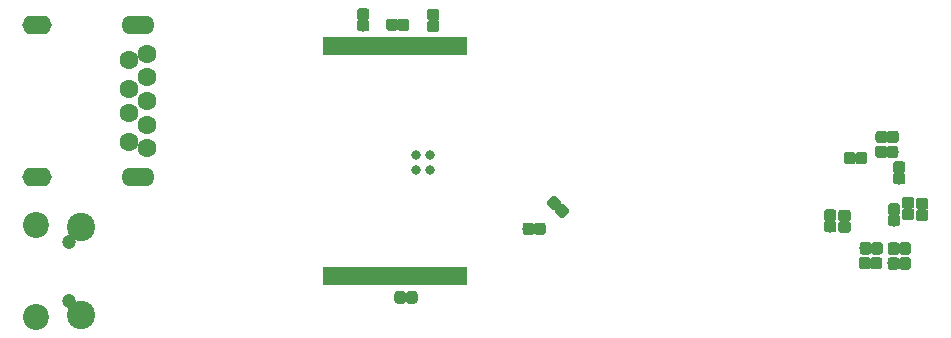
<source format=gbs>
G04 #@! TF.GenerationSoftware,KiCad,Pcbnew,5.0.0-fee4fd1~66~ubuntu18.04.1*
G04 #@! TF.CreationDate,2018-10-21T22:10:04-02:30*
G04 #@! TF.ProjectId,mpuBoard,6D7075426F6172642E6B696361645F70,rev?*
G04 #@! TF.SameCoordinates,Original*
G04 #@! TF.FileFunction,Soldermask,Bot*
G04 #@! TF.FilePolarity,Negative*
%FSLAX46Y46*%
G04 Gerber Fmt 4.6, Leading zero omitted, Abs format (unit mm)*
G04 Created by KiCad (PCBNEW 5.0.0-fee4fd1~66~ubuntu18.04.1) date Sun Oct 21 22:10:04 2018*
%MOMM*%
%LPD*%
G01*
G04 APERTURE LIST*
%ADD10C,0.800000*%
%ADD11R,0.650000X1.500000*%
%ADD12C,0.100000*%
%ADD13C,0.990000*%
%ADD14C,2.400000*%
%ADD15C,2.200000*%
%ADD16C,1.200000*%
%ADD17C,1.600000*%
%ADD18O,2.800000X1.600000*%
%ADD19O,2.500000X1.600000*%
G04 APERTURE END LIST*
D10*
G04 #@! TO.C,U2*
X103847500Y-95747500D03*
X105085000Y-95810000D03*
X103847500Y-97072500D03*
X105085000Y-97010000D03*
G04 #@! TD*
D11*
G04 #@! TO.C,U4*
X96358000Y-86516000D03*
X107858000Y-106016000D03*
X96858000Y-86516000D03*
X97358000Y-86516000D03*
X97858000Y-86516000D03*
X98358000Y-86516000D03*
X98858000Y-86516000D03*
X99358000Y-86516000D03*
X99858000Y-86516000D03*
X100358000Y-86516000D03*
X100858000Y-86516000D03*
X101358000Y-86516000D03*
X101858000Y-86516000D03*
X102358000Y-86516000D03*
X102858000Y-86516000D03*
X103358000Y-86516000D03*
X103858000Y-86516000D03*
X104358000Y-86516000D03*
X104858000Y-86516000D03*
X105358000Y-86516000D03*
X105858000Y-86516000D03*
X106358000Y-86516000D03*
X106858000Y-86516000D03*
X107358000Y-86516000D03*
X107858000Y-86516000D03*
X107358000Y-106016000D03*
X106858000Y-106016000D03*
X106358000Y-106016000D03*
X105858000Y-106016000D03*
X105358000Y-106016000D03*
X104858000Y-106016000D03*
X104358000Y-106016000D03*
X103858000Y-106016000D03*
X103358000Y-106016000D03*
X102858000Y-106016000D03*
X102358000Y-106016000D03*
X101858000Y-106016000D03*
X101358000Y-106016000D03*
X100858000Y-106016000D03*
X100358000Y-106016000D03*
X99858000Y-106016000D03*
X99358000Y-106016000D03*
X98858000Y-106016000D03*
X98358000Y-106016000D03*
X97858000Y-106016000D03*
X97358000Y-106016000D03*
X96858000Y-106016000D03*
X96358000Y-106016000D03*
G04 #@! TD*
D12*
G04 #@! TO.C,C13*
G36*
X139234759Y-101337192D02*
X139258785Y-101340756D01*
X139282345Y-101346657D01*
X139305214Y-101354840D01*
X139327171Y-101365224D01*
X139348004Y-101377711D01*
X139367512Y-101392180D01*
X139385509Y-101408491D01*
X139401820Y-101426488D01*
X139416289Y-101445996D01*
X139428776Y-101466829D01*
X139439160Y-101488786D01*
X139447343Y-101511655D01*
X139453244Y-101535215D01*
X139456808Y-101559241D01*
X139458000Y-101583500D01*
X139458000Y-102078500D01*
X139456808Y-102102759D01*
X139453244Y-102126785D01*
X139447343Y-102150345D01*
X139439160Y-102173214D01*
X139428776Y-102195171D01*
X139416289Y-102216004D01*
X139401820Y-102235512D01*
X139385509Y-102253509D01*
X139367512Y-102269820D01*
X139348004Y-102284289D01*
X139327171Y-102296776D01*
X139305214Y-102307160D01*
X139282345Y-102315343D01*
X139258785Y-102321244D01*
X139234759Y-102324808D01*
X139210500Y-102326000D01*
X138665500Y-102326000D01*
X138641241Y-102324808D01*
X138617215Y-102321244D01*
X138593655Y-102315343D01*
X138570786Y-102307160D01*
X138548829Y-102296776D01*
X138527996Y-102284289D01*
X138508488Y-102269820D01*
X138490491Y-102253509D01*
X138474180Y-102235512D01*
X138459711Y-102216004D01*
X138447224Y-102195171D01*
X138436840Y-102173214D01*
X138428657Y-102150345D01*
X138422756Y-102126785D01*
X138419192Y-102102759D01*
X138418000Y-102078500D01*
X138418000Y-101583500D01*
X138419192Y-101559241D01*
X138422756Y-101535215D01*
X138428657Y-101511655D01*
X138436840Y-101488786D01*
X138447224Y-101466829D01*
X138459711Y-101445996D01*
X138474180Y-101426488D01*
X138490491Y-101408491D01*
X138508488Y-101392180D01*
X138527996Y-101377711D01*
X138548829Y-101365224D01*
X138570786Y-101354840D01*
X138593655Y-101346657D01*
X138617215Y-101340756D01*
X138641241Y-101337192D01*
X138665500Y-101336000D01*
X139210500Y-101336000D01*
X139234759Y-101337192D01*
X139234759Y-101337192D01*
G37*
D13*
X138938000Y-101831000D03*
D12*
G36*
X139234759Y-100367192D02*
X139258785Y-100370756D01*
X139282345Y-100376657D01*
X139305214Y-100384840D01*
X139327171Y-100395224D01*
X139348004Y-100407711D01*
X139367512Y-100422180D01*
X139385509Y-100438491D01*
X139401820Y-100456488D01*
X139416289Y-100475996D01*
X139428776Y-100496829D01*
X139439160Y-100518786D01*
X139447343Y-100541655D01*
X139453244Y-100565215D01*
X139456808Y-100589241D01*
X139458000Y-100613500D01*
X139458000Y-101108500D01*
X139456808Y-101132759D01*
X139453244Y-101156785D01*
X139447343Y-101180345D01*
X139439160Y-101203214D01*
X139428776Y-101225171D01*
X139416289Y-101246004D01*
X139401820Y-101265512D01*
X139385509Y-101283509D01*
X139367512Y-101299820D01*
X139348004Y-101314289D01*
X139327171Y-101326776D01*
X139305214Y-101337160D01*
X139282345Y-101345343D01*
X139258785Y-101351244D01*
X139234759Y-101354808D01*
X139210500Y-101356000D01*
X138665500Y-101356000D01*
X138641241Y-101354808D01*
X138617215Y-101351244D01*
X138593655Y-101345343D01*
X138570786Y-101337160D01*
X138548829Y-101326776D01*
X138527996Y-101314289D01*
X138508488Y-101299820D01*
X138490491Y-101283509D01*
X138474180Y-101265512D01*
X138459711Y-101246004D01*
X138447224Y-101225171D01*
X138436840Y-101203214D01*
X138428657Y-101180345D01*
X138422756Y-101156785D01*
X138419192Y-101132759D01*
X138418000Y-101108500D01*
X138418000Y-100613500D01*
X138419192Y-100589241D01*
X138422756Y-100565215D01*
X138428657Y-100541655D01*
X138436840Y-100518786D01*
X138447224Y-100496829D01*
X138459711Y-100475996D01*
X138474180Y-100456488D01*
X138490491Y-100438491D01*
X138508488Y-100422180D01*
X138527996Y-100407711D01*
X138548829Y-100395224D01*
X138570786Y-100384840D01*
X138593655Y-100376657D01*
X138617215Y-100370756D01*
X138641241Y-100367192D01*
X138665500Y-100366000D01*
X139210500Y-100366000D01*
X139234759Y-100367192D01*
X139234759Y-100367192D01*
G37*
D13*
X138938000Y-100861000D03*
G04 #@! TD*
D12*
G04 #@! TO.C,C14*
G36*
X145838759Y-100298192D02*
X145862785Y-100301756D01*
X145886345Y-100307657D01*
X145909214Y-100315840D01*
X145931171Y-100326224D01*
X145952004Y-100338711D01*
X145971512Y-100353180D01*
X145989509Y-100369491D01*
X146005820Y-100387488D01*
X146020289Y-100406996D01*
X146032776Y-100427829D01*
X146043160Y-100449786D01*
X146051343Y-100472655D01*
X146057244Y-100496215D01*
X146060808Y-100520241D01*
X146062000Y-100544500D01*
X146062000Y-101039500D01*
X146060808Y-101063759D01*
X146057244Y-101087785D01*
X146051343Y-101111345D01*
X146043160Y-101134214D01*
X146032776Y-101156171D01*
X146020289Y-101177004D01*
X146005820Y-101196512D01*
X145989509Y-101214509D01*
X145971512Y-101230820D01*
X145952004Y-101245289D01*
X145931171Y-101257776D01*
X145909214Y-101268160D01*
X145886345Y-101276343D01*
X145862785Y-101282244D01*
X145838759Y-101285808D01*
X145814500Y-101287000D01*
X145269500Y-101287000D01*
X145245241Y-101285808D01*
X145221215Y-101282244D01*
X145197655Y-101276343D01*
X145174786Y-101268160D01*
X145152829Y-101257776D01*
X145131996Y-101245289D01*
X145112488Y-101230820D01*
X145094491Y-101214509D01*
X145078180Y-101196512D01*
X145063711Y-101177004D01*
X145051224Y-101156171D01*
X145040840Y-101134214D01*
X145032657Y-101111345D01*
X145026756Y-101087785D01*
X145023192Y-101063759D01*
X145022000Y-101039500D01*
X145022000Y-100544500D01*
X145023192Y-100520241D01*
X145026756Y-100496215D01*
X145032657Y-100472655D01*
X145040840Y-100449786D01*
X145051224Y-100427829D01*
X145063711Y-100406996D01*
X145078180Y-100387488D01*
X145094491Y-100369491D01*
X145112488Y-100353180D01*
X145131996Y-100338711D01*
X145152829Y-100326224D01*
X145174786Y-100315840D01*
X145197655Y-100307657D01*
X145221215Y-100301756D01*
X145245241Y-100298192D01*
X145269500Y-100297000D01*
X145814500Y-100297000D01*
X145838759Y-100298192D01*
X145838759Y-100298192D01*
G37*
D13*
X145542000Y-100792000D03*
D12*
G36*
X145838759Y-99328192D02*
X145862785Y-99331756D01*
X145886345Y-99337657D01*
X145909214Y-99345840D01*
X145931171Y-99356224D01*
X145952004Y-99368711D01*
X145971512Y-99383180D01*
X145989509Y-99399491D01*
X146005820Y-99417488D01*
X146020289Y-99436996D01*
X146032776Y-99457829D01*
X146043160Y-99479786D01*
X146051343Y-99502655D01*
X146057244Y-99526215D01*
X146060808Y-99550241D01*
X146062000Y-99574500D01*
X146062000Y-100069500D01*
X146060808Y-100093759D01*
X146057244Y-100117785D01*
X146051343Y-100141345D01*
X146043160Y-100164214D01*
X146032776Y-100186171D01*
X146020289Y-100207004D01*
X146005820Y-100226512D01*
X145989509Y-100244509D01*
X145971512Y-100260820D01*
X145952004Y-100275289D01*
X145931171Y-100287776D01*
X145909214Y-100298160D01*
X145886345Y-100306343D01*
X145862785Y-100312244D01*
X145838759Y-100315808D01*
X145814500Y-100317000D01*
X145269500Y-100317000D01*
X145245241Y-100315808D01*
X145221215Y-100312244D01*
X145197655Y-100306343D01*
X145174786Y-100298160D01*
X145152829Y-100287776D01*
X145131996Y-100275289D01*
X145112488Y-100260820D01*
X145094491Y-100244509D01*
X145078180Y-100226512D01*
X145063711Y-100207004D01*
X145051224Y-100186171D01*
X145040840Y-100164214D01*
X145032657Y-100141345D01*
X145026756Y-100117785D01*
X145023192Y-100093759D01*
X145022000Y-100069500D01*
X145022000Y-99574500D01*
X145023192Y-99550241D01*
X145026756Y-99526215D01*
X145032657Y-99502655D01*
X145040840Y-99479786D01*
X145051224Y-99457829D01*
X145063711Y-99436996D01*
X145078180Y-99417488D01*
X145094491Y-99399491D01*
X145112488Y-99383180D01*
X145131996Y-99368711D01*
X145152829Y-99356224D01*
X145174786Y-99345840D01*
X145197655Y-99337657D01*
X145221215Y-99331756D01*
X145245241Y-99328192D01*
X145269500Y-99327000D01*
X145814500Y-99327000D01*
X145838759Y-99328192D01*
X145838759Y-99328192D01*
G37*
D13*
X145542000Y-99822000D03*
G04 #@! TD*
D12*
G04 #@! TO.C,C15*
G36*
X144497759Y-94985192D02*
X144521785Y-94988756D01*
X144545345Y-94994657D01*
X144568214Y-95002840D01*
X144590171Y-95013224D01*
X144611004Y-95025711D01*
X144630512Y-95040180D01*
X144648509Y-95056491D01*
X144664820Y-95074488D01*
X144679289Y-95093996D01*
X144691776Y-95114829D01*
X144702160Y-95136786D01*
X144710343Y-95159655D01*
X144716244Y-95183215D01*
X144719808Y-95207241D01*
X144721000Y-95231500D01*
X144721000Y-95776500D01*
X144719808Y-95800759D01*
X144716244Y-95824785D01*
X144710343Y-95848345D01*
X144702160Y-95871214D01*
X144691776Y-95893171D01*
X144679289Y-95914004D01*
X144664820Y-95933512D01*
X144648509Y-95951509D01*
X144630512Y-95967820D01*
X144611004Y-95982289D01*
X144590171Y-95994776D01*
X144568214Y-96005160D01*
X144545345Y-96013343D01*
X144521785Y-96019244D01*
X144497759Y-96022808D01*
X144473500Y-96024000D01*
X143978500Y-96024000D01*
X143954241Y-96022808D01*
X143930215Y-96019244D01*
X143906655Y-96013343D01*
X143883786Y-96005160D01*
X143861829Y-95994776D01*
X143840996Y-95982289D01*
X143821488Y-95967820D01*
X143803491Y-95951509D01*
X143787180Y-95933512D01*
X143772711Y-95914004D01*
X143760224Y-95893171D01*
X143749840Y-95871214D01*
X143741657Y-95848345D01*
X143735756Y-95824785D01*
X143732192Y-95800759D01*
X143731000Y-95776500D01*
X143731000Y-95231500D01*
X143732192Y-95207241D01*
X143735756Y-95183215D01*
X143741657Y-95159655D01*
X143749840Y-95136786D01*
X143760224Y-95114829D01*
X143772711Y-95093996D01*
X143787180Y-95074488D01*
X143803491Y-95056491D01*
X143821488Y-95040180D01*
X143840996Y-95025711D01*
X143861829Y-95013224D01*
X143883786Y-95002840D01*
X143906655Y-94994657D01*
X143930215Y-94988756D01*
X143954241Y-94985192D01*
X143978500Y-94984000D01*
X144473500Y-94984000D01*
X144497759Y-94985192D01*
X144497759Y-94985192D01*
G37*
D13*
X144226000Y-95504000D03*
D12*
G36*
X143527759Y-94985192D02*
X143551785Y-94988756D01*
X143575345Y-94994657D01*
X143598214Y-95002840D01*
X143620171Y-95013224D01*
X143641004Y-95025711D01*
X143660512Y-95040180D01*
X143678509Y-95056491D01*
X143694820Y-95074488D01*
X143709289Y-95093996D01*
X143721776Y-95114829D01*
X143732160Y-95136786D01*
X143740343Y-95159655D01*
X143746244Y-95183215D01*
X143749808Y-95207241D01*
X143751000Y-95231500D01*
X143751000Y-95776500D01*
X143749808Y-95800759D01*
X143746244Y-95824785D01*
X143740343Y-95848345D01*
X143732160Y-95871214D01*
X143721776Y-95893171D01*
X143709289Y-95914004D01*
X143694820Y-95933512D01*
X143678509Y-95951509D01*
X143660512Y-95967820D01*
X143641004Y-95982289D01*
X143620171Y-95994776D01*
X143598214Y-96005160D01*
X143575345Y-96013343D01*
X143551785Y-96019244D01*
X143527759Y-96022808D01*
X143503500Y-96024000D01*
X143008500Y-96024000D01*
X142984241Y-96022808D01*
X142960215Y-96019244D01*
X142936655Y-96013343D01*
X142913786Y-96005160D01*
X142891829Y-95994776D01*
X142870996Y-95982289D01*
X142851488Y-95967820D01*
X142833491Y-95951509D01*
X142817180Y-95933512D01*
X142802711Y-95914004D01*
X142790224Y-95893171D01*
X142779840Y-95871214D01*
X142771657Y-95848345D01*
X142765756Y-95824785D01*
X142762192Y-95800759D01*
X142761000Y-95776500D01*
X142761000Y-95231500D01*
X142762192Y-95207241D01*
X142765756Y-95183215D01*
X142771657Y-95159655D01*
X142779840Y-95136786D01*
X142790224Y-95114829D01*
X142802711Y-95093996D01*
X142817180Y-95074488D01*
X142833491Y-95056491D01*
X142851488Y-95040180D01*
X142870996Y-95025711D01*
X142891829Y-95013224D01*
X142913786Y-95002840D01*
X142936655Y-94994657D01*
X142960215Y-94988756D01*
X142984241Y-94985192D01*
X143008500Y-94984000D01*
X143503500Y-94984000D01*
X143527759Y-94985192D01*
X143527759Y-94985192D01*
G37*
D13*
X143256000Y-95504000D03*
G04 #@! TD*
D12*
G04 #@! TO.C,C17*
G36*
X140871759Y-95511192D02*
X140895785Y-95514756D01*
X140919345Y-95520657D01*
X140942214Y-95528840D01*
X140964171Y-95539224D01*
X140985004Y-95551711D01*
X141004512Y-95566180D01*
X141022509Y-95582491D01*
X141038820Y-95600488D01*
X141053289Y-95619996D01*
X141065776Y-95640829D01*
X141076160Y-95662786D01*
X141084343Y-95685655D01*
X141090244Y-95709215D01*
X141093808Y-95733241D01*
X141095000Y-95757500D01*
X141095000Y-96302500D01*
X141093808Y-96326759D01*
X141090244Y-96350785D01*
X141084343Y-96374345D01*
X141076160Y-96397214D01*
X141065776Y-96419171D01*
X141053289Y-96440004D01*
X141038820Y-96459512D01*
X141022509Y-96477509D01*
X141004512Y-96493820D01*
X140985004Y-96508289D01*
X140964171Y-96520776D01*
X140942214Y-96531160D01*
X140919345Y-96539343D01*
X140895785Y-96545244D01*
X140871759Y-96548808D01*
X140847500Y-96550000D01*
X140352500Y-96550000D01*
X140328241Y-96548808D01*
X140304215Y-96545244D01*
X140280655Y-96539343D01*
X140257786Y-96531160D01*
X140235829Y-96520776D01*
X140214996Y-96508289D01*
X140195488Y-96493820D01*
X140177491Y-96477509D01*
X140161180Y-96459512D01*
X140146711Y-96440004D01*
X140134224Y-96419171D01*
X140123840Y-96397214D01*
X140115657Y-96374345D01*
X140109756Y-96350785D01*
X140106192Y-96326759D01*
X140105000Y-96302500D01*
X140105000Y-95757500D01*
X140106192Y-95733241D01*
X140109756Y-95709215D01*
X140115657Y-95685655D01*
X140123840Y-95662786D01*
X140134224Y-95640829D01*
X140146711Y-95619996D01*
X140161180Y-95600488D01*
X140177491Y-95582491D01*
X140195488Y-95566180D01*
X140214996Y-95551711D01*
X140235829Y-95539224D01*
X140257786Y-95528840D01*
X140280655Y-95520657D01*
X140304215Y-95514756D01*
X140328241Y-95511192D01*
X140352500Y-95510000D01*
X140847500Y-95510000D01*
X140871759Y-95511192D01*
X140871759Y-95511192D01*
G37*
D13*
X140600000Y-96030000D03*
D12*
G36*
X141841759Y-95511192D02*
X141865785Y-95514756D01*
X141889345Y-95520657D01*
X141912214Y-95528840D01*
X141934171Y-95539224D01*
X141955004Y-95551711D01*
X141974512Y-95566180D01*
X141992509Y-95582491D01*
X142008820Y-95600488D01*
X142023289Y-95619996D01*
X142035776Y-95640829D01*
X142046160Y-95662786D01*
X142054343Y-95685655D01*
X142060244Y-95709215D01*
X142063808Y-95733241D01*
X142065000Y-95757500D01*
X142065000Y-96302500D01*
X142063808Y-96326759D01*
X142060244Y-96350785D01*
X142054343Y-96374345D01*
X142046160Y-96397214D01*
X142035776Y-96419171D01*
X142023289Y-96440004D01*
X142008820Y-96459512D01*
X141992509Y-96477509D01*
X141974512Y-96493820D01*
X141955004Y-96508289D01*
X141934171Y-96520776D01*
X141912214Y-96531160D01*
X141889345Y-96539343D01*
X141865785Y-96545244D01*
X141841759Y-96548808D01*
X141817500Y-96550000D01*
X141322500Y-96550000D01*
X141298241Y-96548808D01*
X141274215Y-96545244D01*
X141250655Y-96539343D01*
X141227786Y-96531160D01*
X141205829Y-96520776D01*
X141184996Y-96508289D01*
X141165488Y-96493820D01*
X141147491Y-96477509D01*
X141131180Y-96459512D01*
X141116711Y-96440004D01*
X141104224Y-96419171D01*
X141093840Y-96397214D01*
X141085657Y-96374345D01*
X141079756Y-96350785D01*
X141076192Y-96326759D01*
X141075000Y-96302500D01*
X141075000Y-95757500D01*
X141076192Y-95733241D01*
X141079756Y-95709215D01*
X141085657Y-95685655D01*
X141093840Y-95662786D01*
X141104224Y-95640829D01*
X141116711Y-95619996D01*
X141131180Y-95600488D01*
X141147491Y-95582491D01*
X141165488Y-95566180D01*
X141184996Y-95551711D01*
X141205829Y-95539224D01*
X141227786Y-95528840D01*
X141250655Y-95520657D01*
X141274215Y-95514756D01*
X141298241Y-95511192D01*
X141322500Y-95510000D01*
X141817500Y-95510000D01*
X141841759Y-95511192D01*
X141841759Y-95511192D01*
G37*
D13*
X141570000Y-96030000D03*
G04 #@! TD*
D12*
G04 #@! TO.C,C18*
G36*
X143550759Y-93715192D02*
X143574785Y-93718756D01*
X143598345Y-93724657D01*
X143621214Y-93732840D01*
X143643171Y-93743224D01*
X143664004Y-93755711D01*
X143683512Y-93770180D01*
X143701509Y-93786491D01*
X143717820Y-93804488D01*
X143732289Y-93823996D01*
X143744776Y-93844829D01*
X143755160Y-93866786D01*
X143763343Y-93889655D01*
X143769244Y-93913215D01*
X143772808Y-93937241D01*
X143774000Y-93961500D01*
X143774000Y-94506500D01*
X143772808Y-94530759D01*
X143769244Y-94554785D01*
X143763343Y-94578345D01*
X143755160Y-94601214D01*
X143744776Y-94623171D01*
X143732289Y-94644004D01*
X143717820Y-94663512D01*
X143701509Y-94681509D01*
X143683512Y-94697820D01*
X143664004Y-94712289D01*
X143643171Y-94724776D01*
X143621214Y-94735160D01*
X143598345Y-94743343D01*
X143574785Y-94749244D01*
X143550759Y-94752808D01*
X143526500Y-94754000D01*
X143031500Y-94754000D01*
X143007241Y-94752808D01*
X142983215Y-94749244D01*
X142959655Y-94743343D01*
X142936786Y-94735160D01*
X142914829Y-94724776D01*
X142893996Y-94712289D01*
X142874488Y-94697820D01*
X142856491Y-94681509D01*
X142840180Y-94663512D01*
X142825711Y-94644004D01*
X142813224Y-94623171D01*
X142802840Y-94601214D01*
X142794657Y-94578345D01*
X142788756Y-94554785D01*
X142785192Y-94530759D01*
X142784000Y-94506500D01*
X142784000Y-93961500D01*
X142785192Y-93937241D01*
X142788756Y-93913215D01*
X142794657Y-93889655D01*
X142802840Y-93866786D01*
X142813224Y-93844829D01*
X142825711Y-93823996D01*
X142840180Y-93804488D01*
X142856491Y-93786491D01*
X142874488Y-93770180D01*
X142893996Y-93755711D01*
X142914829Y-93743224D01*
X142936786Y-93732840D01*
X142959655Y-93724657D01*
X142983215Y-93718756D01*
X143007241Y-93715192D01*
X143031500Y-93714000D01*
X143526500Y-93714000D01*
X143550759Y-93715192D01*
X143550759Y-93715192D01*
G37*
D13*
X143279000Y-94234000D03*
D12*
G36*
X144520759Y-93715192D02*
X144544785Y-93718756D01*
X144568345Y-93724657D01*
X144591214Y-93732840D01*
X144613171Y-93743224D01*
X144634004Y-93755711D01*
X144653512Y-93770180D01*
X144671509Y-93786491D01*
X144687820Y-93804488D01*
X144702289Y-93823996D01*
X144714776Y-93844829D01*
X144725160Y-93866786D01*
X144733343Y-93889655D01*
X144739244Y-93913215D01*
X144742808Y-93937241D01*
X144744000Y-93961500D01*
X144744000Y-94506500D01*
X144742808Y-94530759D01*
X144739244Y-94554785D01*
X144733343Y-94578345D01*
X144725160Y-94601214D01*
X144714776Y-94623171D01*
X144702289Y-94644004D01*
X144687820Y-94663512D01*
X144671509Y-94681509D01*
X144653512Y-94697820D01*
X144634004Y-94712289D01*
X144613171Y-94724776D01*
X144591214Y-94735160D01*
X144568345Y-94743343D01*
X144544785Y-94749244D01*
X144520759Y-94752808D01*
X144496500Y-94754000D01*
X144001500Y-94754000D01*
X143977241Y-94752808D01*
X143953215Y-94749244D01*
X143929655Y-94743343D01*
X143906786Y-94735160D01*
X143884829Y-94724776D01*
X143863996Y-94712289D01*
X143844488Y-94697820D01*
X143826491Y-94681509D01*
X143810180Y-94663512D01*
X143795711Y-94644004D01*
X143783224Y-94623171D01*
X143772840Y-94601214D01*
X143764657Y-94578345D01*
X143758756Y-94554785D01*
X143755192Y-94530759D01*
X143754000Y-94506500D01*
X143754000Y-93961500D01*
X143755192Y-93937241D01*
X143758756Y-93913215D01*
X143764657Y-93889655D01*
X143772840Y-93866786D01*
X143783224Y-93844829D01*
X143795711Y-93823996D01*
X143810180Y-93804488D01*
X143826491Y-93786491D01*
X143844488Y-93770180D01*
X143863996Y-93755711D01*
X143884829Y-93743224D01*
X143906786Y-93732840D01*
X143929655Y-93724657D01*
X143953215Y-93718756D01*
X143977241Y-93715192D01*
X144001500Y-93714000D01*
X144496500Y-93714000D01*
X144520759Y-93715192D01*
X144520759Y-93715192D01*
G37*
D13*
X144249000Y-94234000D03*
G04 #@! TD*
D12*
G04 #@! TO.C,C19*
G36*
X145076759Y-96303192D02*
X145100785Y-96306756D01*
X145124345Y-96312657D01*
X145147214Y-96320840D01*
X145169171Y-96331224D01*
X145190004Y-96343711D01*
X145209512Y-96358180D01*
X145227509Y-96374491D01*
X145243820Y-96392488D01*
X145258289Y-96411996D01*
X145270776Y-96432829D01*
X145281160Y-96454786D01*
X145289343Y-96477655D01*
X145295244Y-96501215D01*
X145298808Y-96525241D01*
X145300000Y-96549500D01*
X145300000Y-97044500D01*
X145298808Y-97068759D01*
X145295244Y-97092785D01*
X145289343Y-97116345D01*
X145281160Y-97139214D01*
X145270776Y-97161171D01*
X145258289Y-97182004D01*
X145243820Y-97201512D01*
X145227509Y-97219509D01*
X145209512Y-97235820D01*
X145190004Y-97250289D01*
X145169171Y-97262776D01*
X145147214Y-97273160D01*
X145124345Y-97281343D01*
X145100785Y-97287244D01*
X145076759Y-97290808D01*
X145052500Y-97292000D01*
X144507500Y-97292000D01*
X144483241Y-97290808D01*
X144459215Y-97287244D01*
X144435655Y-97281343D01*
X144412786Y-97273160D01*
X144390829Y-97262776D01*
X144369996Y-97250289D01*
X144350488Y-97235820D01*
X144332491Y-97219509D01*
X144316180Y-97201512D01*
X144301711Y-97182004D01*
X144289224Y-97161171D01*
X144278840Y-97139214D01*
X144270657Y-97116345D01*
X144264756Y-97092785D01*
X144261192Y-97068759D01*
X144260000Y-97044500D01*
X144260000Y-96549500D01*
X144261192Y-96525241D01*
X144264756Y-96501215D01*
X144270657Y-96477655D01*
X144278840Y-96454786D01*
X144289224Y-96432829D01*
X144301711Y-96411996D01*
X144316180Y-96392488D01*
X144332491Y-96374491D01*
X144350488Y-96358180D01*
X144369996Y-96343711D01*
X144390829Y-96331224D01*
X144412786Y-96320840D01*
X144435655Y-96312657D01*
X144459215Y-96306756D01*
X144483241Y-96303192D01*
X144507500Y-96302000D01*
X145052500Y-96302000D01*
X145076759Y-96303192D01*
X145076759Y-96303192D01*
G37*
D13*
X144780000Y-96797000D03*
D12*
G36*
X145076759Y-97273192D02*
X145100785Y-97276756D01*
X145124345Y-97282657D01*
X145147214Y-97290840D01*
X145169171Y-97301224D01*
X145190004Y-97313711D01*
X145209512Y-97328180D01*
X145227509Y-97344491D01*
X145243820Y-97362488D01*
X145258289Y-97381996D01*
X145270776Y-97402829D01*
X145281160Y-97424786D01*
X145289343Y-97447655D01*
X145295244Y-97471215D01*
X145298808Y-97495241D01*
X145300000Y-97519500D01*
X145300000Y-98014500D01*
X145298808Y-98038759D01*
X145295244Y-98062785D01*
X145289343Y-98086345D01*
X145281160Y-98109214D01*
X145270776Y-98131171D01*
X145258289Y-98152004D01*
X145243820Y-98171512D01*
X145227509Y-98189509D01*
X145209512Y-98205820D01*
X145190004Y-98220289D01*
X145169171Y-98232776D01*
X145147214Y-98243160D01*
X145124345Y-98251343D01*
X145100785Y-98257244D01*
X145076759Y-98260808D01*
X145052500Y-98262000D01*
X144507500Y-98262000D01*
X144483241Y-98260808D01*
X144459215Y-98257244D01*
X144435655Y-98251343D01*
X144412786Y-98243160D01*
X144390829Y-98232776D01*
X144369996Y-98220289D01*
X144350488Y-98205820D01*
X144332491Y-98189509D01*
X144316180Y-98171512D01*
X144301711Y-98152004D01*
X144289224Y-98131171D01*
X144278840Y-98109214D01*
X144270657Y-98086345D01*
X144264756Y-98062785D01*
X144261192Y-98038759D01*
X144260000Y-98014500D01*
X144260000Y-97519500D01*
X144261192Y-97495241D01*
X144264756Y-97471215D01*
X144270657Y-97447655D01*
X144278840Y-97424786D01*
X144289224Y-97402829D01*
X144301711Y-97381996D01*
X144316180Y-97362488D01*
X144332491Y-97344491D01*
X144350488Y-97328180D01*
X144369996Y-97313711D01*
X144390829Y-97301224D01*
X144412786Y-97290840D01*
X144435655Y-97282657D01*
X144459215Y-97276756D01*
X144483241Y-97273192D01*
X144507500Y-97272000D01*
X145052500Y-97272000D01*
X145076759Y-97273192D01*
X145076759Y-97273192D01*
G37*
D13*
X144780000Y-97767000D03*
G04 #@! TD*
D12*
G04 #@! TO.C,C20*
G36*
X147036759Y-99401192D02*
X147060785Y-99404756D01*
X147084345Y-99410657D01*
X147107214Y-99418840D01*
X147129171Y-99429224D01*
X147150004Y-99441711D01*
X147169512Y-99456180D01*
X147187509Y-99472491D01*
X147203820Y-99490488D01*
X147218289Y-99509996D01*
X147230776Y-99530829D01*
X147241160Y-99552786D01*
X147249343Y-99575655D01*
X147255244Y-99599215D01*
X147258808Y-99623241D01*
X147260000Y-99647500D01*
X147260000Y-100142500D01*
X147258808Y-100166759D01*
X147255244Y-100190785D01*
X147249343Y-100214345D01*
X147241160Y-100237214D01*
X147230776Y-100259171D01*
X147218289Y-100280004D01*
X147203820Y-100299512D01*
X147187509Y-100317509D01*
X147169512Y-100333820D01*
X147150004Y-100348289D01*
X147129171Y-100360776D01*
X147107214Y-100371160D01*
X147084345Y-100379343D01*
X147060785Y-100385244D01*
X147036759Y-100388808D01*
X147012500Y-100390000D01*
X146467500Y-100390000D01*
X146443241Y-100388808D01*
X146419215Y-100385244D01*
X146395655Y-100379343D01*
X146372786Y-100371160D01*
X146350829Y-100360776D01*
X146329996Y-100348289D01*
X146310488Y-100333820D01*
X146292491Y-100317509D01*
X146276180Y-100299512D01*
X146261711Y-100280004D01*
X146249224Y-100259171D01*
X146238840Y-100237214D01*
X146230657Y-100214345D01*
X146224756Y-100190785D01*
X146221192Y-100166759D01*
X146220000Y-100142500D01*
X146220000Y-99647500D01*
X146221192Y-99623241D01*
X146224756Y-99599215D01*
X146230657Y-99575655D01*
X146238840Y-99552786D01*
X146249224Y-99530829D01*
X146261711Y-99509996D01*
X146276180Y-99490488D01*
X146292491Y-99472491D01*
X146310488Y-99456180D01*
X146329996Y-99441711D01*
X146350829Y-99429224D01*
X146372786Y-99418840D01*
X146395655Y-99410657D01*
X146419215Y-99404756D01*
X146443241Y-99401192D01*
X146467500Y-99400000D01*
X147012500Y-99400000D01*
X147036759Y-99401192D01*
X147036759Y-99401192D01*
G37*
D13*
X146740000Y-99895000D03*
D12*
G36*
X147036759Y-100371192D02*
X147060785Y-100374756D01*
X147084345Y-100380657D01*
X147107214Y-100388840D01*
X147129171Y-100399224D01*
X147150004Y-100411711D01*
X147169512Y-100426180D01*
X147187509Y-100442491D01*
X147203820Y-100460488D01*
X147218289Y-100479996D01*
X147230776Y-100500829D01*
X147241160Y-100522786D01*
X147249343Y-100545655D01*
X147255244Y-100569215D01*
X147258808Y-100593241D01*
X147260000Y-100617500D01*
X147260000Y-101112500D01*
X147258808Y-101136759D01*
X147255244Y-101160785D01*
X147249343Y-101184345D01*
X147241160Y-101207214D01*
X147230776Y-101229171D01*
X147218289Y-101250004D01*
X147203820Y-101269512D01*
X147187509Y-101287509D01*
X147169512Y-101303820D01*
X147150004Y-101318289D01*
X147129171Y-101330776D01*
X147107214Y-101341160D01*
X147084345Y-101349343D01*
X147060785Y-101355244D01*
X147036759Y-101358808D01*
X147012500Y-101360000D01*
X146467500Y-101360000D01*
X146443241Y-101358808D01*
X146419215Y-101355244D01*
X146395655Y-101349343D01*
X146372786Y-101341160D01*
X146350829Y-101330776D01*
X146329996Y-101318289D01*
X146310488Y-101303820D01*
X146292491Y-101287509D01*
X146276180Y-101269512D01*
X146261711Y-101250004D01*
X146249224Y-101229171D01*
X146238840Y-101207214D01*
X146230657Y-101184345D01*
X146224756Y-101160785D01*
X146221192Y-101136759D01*
X146220000Y-101112500D01*
X146220000Y-100617500D01*
X146221192Y-100593241D01*
X146224756Y-100569215D01*
X146230657Y-100545655D01*
X146238840Y-100522786D01*
X146249224Y-100500829D01*
X146261711Y-100479996D01*
X146276180Y-100460488D01*
X146292491Y-100442491D01*
X146310488Y-100426180D01*
X146329996Y-100411711D01*
X146350829Y-100399224D01*
X146372786Y-100388840D01*
X146395655Y-100380657D01*
X146419215Y-100374756D01*
X146443241Y-100371192D01*
X146467500Y-100370000D01*
X147012500Y-100370000D01*
X147036759Y-100371192D01*
X147036759Y-100371192D01*
G37*
D13*
X146740000Y-100865000D03*
G04 #@! TD*
D12*
G04 #@! TO.C,C21*
G36*
X144646759Y-99866192D02*
X144670785Y-99869756D01*
X144694345Y-99875657D01*
X144717214Y-99883840D01*
X144739171Y-99894224D01*
X144760004Y-99906711D01*
X144779512Y-99921180D01*
X144797509Y-99937491D01*
X144813820Y-99955488D01*
X144828289Y-99974996D01*
X144840776Y-99995829D01*
X144851160Y-100017786D01*
X144859343Y-100040655D01*
X144865244Y-100064215D01*
X144868808Y-100088241D01*
X144870000Y-100112500D01*
X144870000Y-100607500D01*
X144868808Y-100631759D01*
X144865244Y-100655785D01*
X144859343Y-100679345D01*
X144851160Y-100702214D01*
X144840776Y-100724171D01*
X144828289Y-100745004D01*
X144813820Y-100764512D01*
X144797509Y-100782509D01*
X144779512Y-100798820D01*
X144760004Y-100813289D01*
X144739171Y-100825776D01*
X144717214Y-100836160D01*
X144694345Y-100844343D01*
X144670785Y-100850244D01*
X144646759Y-100853808D01*
X144622500Y-100855000D01*
X144077500Y-100855000D01*
X144053241Y-100853808D01*
X144029215Y-100850244D01*
X144005655Y-100844343D01*
X143982786Y-100836160D01*
X143960829Y-100825776D01*
X143939996Y-100813289D01*
X143920488Y-100798820D01*
X143902491Y-100782509D01*
X143886180Y-100764512D01*
X143871711Y-100745004D01*
X143859224Y-100724171D01*
X143848840Y-100702214D01*
X143840657Y-100679345D01*
X143834756Y-100655785D01*
X143831192Y-100631759D01*
X143830000Y-100607500D01*
X143830000Y-100112500D01*
X143831192Y-100088241D01*
X143834756Y-100064215D01*
X143840657Y-100040655D01*
X143848840Y-100017786D01*
X143859224Y-99995829D01*
X143871711Y-99974996D01*
X143886180Y-99955488D01*
X143902491Y-99937491D01*
X143920488Y-99921180D01*
X143939996Y-99906711D01*
X143960829Y-99894224D01*
X143982786Y-99883840D01*
X144005655Y-99875657D01*
X144029215Y-99869756D01*
X144053241Y-99866192D01*
X144077500Y-99865000D01*
X144622500Y-99865000D01*
X144646759Y-99866192D01*
X144646759Y-99866192D01*
G37*
D13*
X144350000Y-100360000D03*
D12*
G36*
X144646759Y-100836192D02*
X144670785Y-100839756D01*
X144694345Y-100845657D01*
X144717214Y-100853840D01*
X144739171Y-100864224D01*
X144760004Y-100876711D01*
X144779512Y-100891180D01*
X144797509Y-100907491D01*
X144813820Y-100925488D01*
X144828289Y-100944996D01*
X144840776Y-100965829D01*
X144851160Y-100987786D01*
X144859343Y-101010655D01*
X144865244Y-101034215D01*
X144868808Y-101058241D01*
X144870000Y-101082500D01*
X144870000Y-101577500D01*
X144868808Y-101601759D01*
X144865244Y-101625785D01*
X144859343Y-101649345D01*
X144851160Y-101672214D01*
X144840776Y-101694171D01*
X144828289Y-101715004D01*
X144813820Y-101734512D01*
X144797509Y-101752509D01*
X144779512Y-101768820D01*
X144760004Y-101783289D01*
X144739171Y-101795776D01*
X144717214Y-101806160D01*
X144694345Y-101814343D01*
X144670785Y-101820244D01*
X144646759Y-101823808D01*
X144622500Y-101825000D01*
X144077500Y-101825000D01*
X144053241Y-101823808D01*
X144029215Y-101820244D01*
X144005655Y-101814343D01*
X143982786Y-101806160D01*
X143960829Y-101795776D01*
X143939996Y-101783289D01*
X143920488Y-101768820D01*
X143902491Y-101752509D01*
X143886180Y-101734512D01*
X143871711Y-101715004D01*
X143859224Y-101694171D01*
X143848840Y-101672214D01*
X143840657Y-101649345D01*
X143834756Y-101625785D01*
X143831192Y-101601759D01*
X143830000Y-101577500D01*
X143830000Y-101082500D01*
X143831192Y-101058241D01*
X143834756Y-101034215D01*
X143840657Y-101010655D01*
X143848840Y-100987786D01*
X143859224Y-100965829D01*
X143871711Y-100944996D01*
X143886180Y-100925488D01*
X143902491Y-100907491D01*
X143920488Y-100891180D01*
X143939996Y-100876711D01*
X143960829Y-100864224D01*
X143982786Y-100853840D01*
X144005655Y-100845657D01*
X144029215Y-100839756D01*
X144053241Y-100836192D01*
X144077500Y-100835000D01*
X144622500Y-100835000D01*
X144646759Y-100836192D01*
X144646759Y-100836192D01*
G37*
D13*
X144350000Y-101330000D03*
G04 #@! TD*
D12*
G04 #@! TO.C,C23*
G36*
X140456759Y-101376192D02*
X140480785Y-101379756D01*
X140504345Y-101385657D01*
X140527214Y-101393840D01*
X140549171Y-101404224D01*
X140570004Y-101416711D01*
X140589512Y-101431180D01*
X140607509Y-101447491D01*
X140623820Y-101465488D01*
X140638289Y-101484996D01*
X140650776Y-101505829D01*
X140661160Y-101527786D01*
X140669343Y-101550655D01*
X140675244Y-101574215D01*
X140678808Y-101598241D01*
X140680000Y-101622500D01*
X140680000Y-102117500D01*
X140678808Y-102141759D01*
X140675244Y-102165785D01*
X140669343Y-102189345D01*
X140661160Y-102212214D01*
X140650776Y-102234171D01*
X140638289Y-102255004D01*
X140623820Y-102274512D01*
X140607509Y-102292509D01*
X140589512Y-102308820D01*
X140570004Y-102323289D01*
X140549171Y-102335776D01*
X140527214Y-102346160D01*
X140504345Y-102354343D01*
X140480785Y-102360244D01*
X140456759Y-102363808D01*
X140432500Y-102365000D01*
X139887500Y-102365000D01*
X139863241Y-102363808D01*
X139839215Y-102360244D01*
X139815655Y-102354343D01*
X139792786Y-102346160D01*
X139770829Y-102335776D01*
X139749996Y-102323289D01*
X139730488Y-102308820D01*
X139712491Y-102292509D01*
X139696180Y-102274512D01*
X139681711Y-102255004D01*
X139669224Y-102234171D01*
X139658840Y-102212214D01*
X139650657Y-102189345D01*
X139644756Y-102165785D01*
X139641192Y-102141759D01*
X139640000Y-102117500D01*
X139640000Y-101622500D01*
X139641192Y-101598241D01*
X139644756Y-101574215D01*
X139650657Y-101550655D01*
X139658840Y-101527786D01*
X139669224Y-101505829D01*
X139681711Y-101484996D01*
X139696180Y-101465488D01*
X139712491Y-101447491D01*
X139730488Y-101431180D01*
X139749996Y-101416711D01*
X139770829Y-101404224D01*
X139792786Y-101393840D01*
X139815655Y-101385657D01*
X139839215Y-101379756D01*
X139863241Y-101376192D01*
X139887500Y-101375000D01*
X140432500Y-101375000D01*
X140456759Y-101376192D01*
X140456759Y-101376192D01*
G37*
D13*
X140160000Y-101870000D03*
D12*
G36*
X140456759Y-100406192D02*
X140480785Y-100409756D01*
X140504345Y-100415657D01*
X140527214Y-100423840D01*
X140549171Y-100434224D01*
X140570004Y-100446711D01*
X140589512Y-100461180D01*
X140607509Y-100477491D01*
X140623820Y-100495488D01*
X140638289Y-100514996D01*
X140650776Y-100535829D01*
X140661160Y-100557786D01*
X140669343Y-100580655D01*
X140675244Y-100604215D01*
X140678808Y-100628241D01*
X140680000Y-100652500D01*
X140680000Y-101147500D01*
X140678808Y-101171759D01*
X140675244Y-101195785D01*
X140669343Y-101219345D01*
X140661160Y-101242214D01*
X140650776Y-101264171D01*
X140638289Y-101285004D01*
X140623820Y-101304512D01*
X140607509Y-101322509D01*
X140589512Y-101338820D01*
X140570004Y-101353289D01*
X140549171Y-101365776D01*
X140527214Y-101376160D01*
X140504345Y-101384343D01*
X140480785Y-101390244D01*
X140456759Y-101393808D01*
X140432500Y-101395000D01*
X139887500Y-101395000D01*
X139863241Y-101393808D01*
X139839215Y-101390244D01*
X139815655Y-101384343D01*
X139792786Y-101376160D01*
X139770829Y-101365776D01*
X139749996Y-101353289D01*
X139730488Y-101338820D01*
X139712491Y-101322509D01*
X139696180Y-101304512D01*
X139681711Y-101285004D01*
X139669224Y-101264171D01*
X139658840Y-101242214D01*
X139650657Y-101219345D01*
X139644756Y-101195785D01*
X139641192Y-101171759D01*
X139640000Y-101147500D01*
X139640000Y-100652500D01*
X139641192Y-100628241D01*
X139644756Y-100604215D01*
X139650657Y-100580655D01*
X139658840Y-100557786D01*
X139669224Y-100535829D01*
X139681711Y-100514996D01*
X139696180Y-100495488D01*
X139712491Y-100477491D01*
X139730488Y-100461180D01*
X139749996Y-100446711D01*
X139770829Y-100434224D01*
X139792786Y-100423840D01*
X139815655Y-100415657D01*
X139839215Y-100409756D01*
X139863241Y-100406192D01*
X139887500Y-100405000D01*
X140432500Y-100405000D01*
X140456759Y-100406192D01*
X140456759Y-100406192D01*
G37*
D13*
X140160000Y-100900000D03*
G04 #@! TD*
D12*
G04 #@! TO.C,C24*
G36*
X142141759Y-104421192D02*
X142165785Y-104424756D01*
X142189345Y-104430657D01*
X142212214Y-104438840D01*
X142234171Y-104449224D01*
X142255004Y-104461711D01*
X142274512Y-104476180D01*
X142292509Y-104492491D01*
X142308820Y-104510488D01*
X142323289Y-104529996D01*
X142335776Y-104550829D01*
X142346160Y-104572786D01*
X142354343Y-104595655D01*
X142360244Y-104619215D01*
X142363808Y-104643241D01*
X142365000Y-104667500D01*
X142365000Y-105212500D01*
X142363808Y-105236759D01*
X142360244Y-105260785D01*
X142354343Y-105284345D01*
X142346160Y-105307214D01*
X142335776Y-105329171D01*
X142323289Y-105350004D01*
X142308820Y-105369512D01*
X142292509Y-105387509D01*
X142274512Y-105403820D01*
X142255004Y-105418289D01*
X142234171Y-105430776D01*
X142212214Y-105441160D01*
X142189345Y-105449343D01*
X142165785Y-105455244D01*
X142141759Y-105458808D01*
X142117500Y-105460000D01*
X141622500Y-105460000D01*
X141598241Y-105458808D01*
X141574215Y-105455244D01*
X141550655Y-105449343D01*
X141527786Y-105441160D01*
X141505829Y-105430776D01*
X141484996Y-105418289D01*
X141465488Y-105403820D01*
X141447491Y-105387509D01*
X141431180Y-105369512D01*
X141416711Y-105350004D01*
X141404224Y-105329171D01*
X141393840Y-105307214D01*
X141385657Y-105284345D01*
X141379756Y-105260785D01*
X141376192Y-105236759D01*
X141375000Y-105212500D01*
X141375000Y-104667500D01*
X141376192Y-104643241D01*
X141379756Y-104619215D01*
X141385657Y-104595655D01*
X141393840Y-104572786D01*
X141404224Y-104550829D01*
X141416711Y-104529996D01*
X141431180Y-104510488D01*
X141447491Y-104492491D01*
X141465488Y-104476180D01*
X141484996Y-104461711D01*
X141505829Y-104449224D01*
X141527786Y-104438840D01*
X141550655Y-104430657D01*
X141574215Y-104424756D01*
X141598241Y-104421192D01*
X141622500Y-104420000D01*
X142117500Y-104420000D01*
X142141759Y-104421192D01*
X142141759Y-104421192D01*
G37*
D13*
X141870000Y-104940000D03*
D12*
G36*
X143111759Y-104421192D02*
X143135785Y-104424756D01*
X143159345Y-104430657D01*
X143182214Y-104438840D01*
X143204171Y-104449224D01*
X143225004Y-104461711D01*
X143244512Y-104476180D01*
X143262509Y-104492491D01*
X143278820Y-104510488D01*
X143293289Y-104529996D01*
X143305776Y-104550829D01*
X143316160Y-104572786D01*
X143324343Y-104595655D01*
X143330244Y-104619215D01*
X143333808Y-104643241D01*
X143335000Y-104667500D01*
X143335000Y-105212500D01*
X143333808Y-105236759D01*
X143330244Y-105260785D01*
X143324343Y-105284345D01*
X143316160Y-105307214D01*
X143305776Y-105329171D01*
X143293289Y-105350004D01*
X143278820Y-105369512D01*
X143262509Y-105387509D01*
X143244512Y-105403820D01*
X143225004Y-105418289D01*
X143204171Y-105430776D01*
X143182214Y-105441160D01*
X143159345Y-105449343D01*
X143135785Y-105455244D01*
X143111759Y-105458808D01*
X143087500Y-105460000D01*
X142592500Y-105460000D01*
X142568241Y-105458808D01*
X142544215Y-105455244D01*
X142520655Y-105449343D01*
X142497786Y-105441160D01*
X142475829Y-105430776D01*
X142454996Y-105418289D01*
X142435488Y-105403820D01*
X142417491Y-105387509D01*
X142401180Y-105369512D01*
X142386711Y-105350004D01*
X142374224Y-105329171D01*
X142363840Y-105307214D01*
X142355657Y-105284345D01*
X142349756Y-105260785D01*
X142346192Y-105236759D01*
X142345000Y-105212500D01*
X142345000Y-104667500D01*
X142346192Y-104643241D01*
X142349756Y-104619215D01*
X142355657Y-104595655D01*
X142363840Y-104572786D01*
X142374224Y-104550829D01*
X142386711Y-104529996D01*
X142401180Y-104510488D01*
X142417491Y-104492491D01*
X142435488Y-104476180D01*
X142454996Y-104461711D01*
X142475829Y-104449224D01*
X142497786Y-104438840D01*
X142520655Y-104430657D01*
X142544215Y-104424756D01*
X142568241Y-104421192D01*
X142592500Y-104420000D01*
X143087500Y-104420000D01*
X143111759Y-104421192D01*
X143111759Y-104421192D01*
G37*
D13*
X142840000Y-104940000D03*
G04 #@! TD*
D12*
G04 #@! TO.C,C25*
G36*
X145551759Y-103171192D02*
X145575785Y-103174756D01*
X145599345Y-103180657D01*
X145622214Y-103188840D01*
X145644171Y-103199224D01*
X145665004Y-103211711D01*
X145684512Y-103226180D01*
X145702509Y-103242491D01*
X145718820Y-103260488D01*
X145733289Y-103279996D01*
X145745776Y-103300829D01*
X145756160Y-103322786D01*
X145764343Y-103345655D01*
X145770244Y-103369215D01*
X145773808Y-103393241D01*
X145775000Y-103417500D01*
X145775000Y-103962500D01*
X145773808Y-103986759D01*
X145770244Y-104010785D01*
X145764343Y-104034345D01*
X145756160Y-104057214D01*
X145745776Y-104079171D01*
X145733289Y-104100004D01*
X145718820Y-104119512D01*
X145702509Y-104137509D01*
X145684512Y-104153820D01*
X145665004Y-104168289D01*
X145644171Y-104180776D01*
X145622214Y-104191160D01*
X145599345Y-104199343D01*
X145575785Y-104205244D01*
X145551759Y-104208808D01*
X145527500Y-104210000D01*
X145032500Y-104210000D01*
X145008241Y-104208808D01*
X144984215Y-104205244D01*
X144960655Y-104199343D01*
X144937786Y-104191160D01*
X144915829Y-104180776D01*
X144894996Y-104168289D01*
X144875488Y-104153820D01*
X144857491Y-104137509D01*
X144841180Y-104119512D01*
X144826711Y-104100004D01*
X144814224Y-104079171D01*
X144803840Y-104057214D01*
X144795657Y-104034345D01*
X144789756Y-104010785D01*
X144786192Y-103986759D01*
X144785000Y-103962500D01*
X144785000Y-103417500D01*
X144786192Y-103393241D01*
X144789756Y-103369215D01*
X144795657Y-103345655D01*
X144803840Y-103322786D01*
X144814224Y-103300829D01*
X144826711Y-103279996D01*
X144841180Y-103260488D01*
X144857491Y-103242491D01*
X144875488Y-103226180D01*
X144894996Y-103211711D01*
X144915829Y-103199224D01*
X144937786Y-103188840D01*
X144960655Y-103180657D01*
X144984215Y-103174756D01*
X145008241Y-103171192D01*
X145032500Y-103170000D01*
X145527500Y-103170000D01*
X145551759Y-103171192D01*
X145551759Y-103171192D01*
G37*
D13*
X145280000Y-103690000D03*
D12*
G36*
X144581759Y-103171192D02*
X144605785Y-103174756D01*
X144629345Y-103180657D01*
X144652214Y-103188840D01*
X144674171Y-103199224D01*
X144695004Y-103211711D01*
X144714512Y-103226180D01*
X144732509Y-103242491D01*
X144748820Y-103260488D01*
X144763289Y-103279996D01*
X144775776Y-103300829D01*
X144786160Y-103322786D01*
X144794343Y-103345655D01*
X144800244Y-103369215D01*
X144803808Y-103393241D01*
X144805000Y-103417500D01*
X144805000Y-103962500D01*
X144803808Y-103986759D01*
X144800244Y-104010785D01*
X144794343Y-104034345D01*
X144786160Y-104057214D01*
X144775776Y-104079171D01*
X144763289Y-104100004D01*
X144748820Y-104119512D01*
X144732509Y-104137509D01*
X144714512Y-104153820D01*
X144695004Y-104168289D01*
X144674171Y-104180776D01*
X144652214Y-104191160D01*
X144629345Y-104199343D01*
X144605785Y-104205244D01*
X144581759Y-104208808D01*
X144557500Y-104210000D01*
X144062500Y-104210000D01*
X144038241Y-104208808D01*
X144014215Y-104205244D01*
X143990655Y-104199343D01*
X143967786Y-104191160D01*
X143945829Y-104180776D01*
X143924996Y-104168289D01*
X143905488Y-104153820D01*
X143887491Y-104137509D01*
X143871180Y-104119512D01*
X143856711Y-104100004D01*
X143844224Y-104079171D01*
X143833840Y-104057214D01*
X143825657Y-104034345D01*
X143819756Y-104010785D01*
X143816192Y-103986759D01*
X143815000Y-103962500D01*
X143815000Y-103417500D01*
X143816192Y-103393241D01*
X143819756Y-103369215D01*
X143825657Y-103345655D01*
X143833840Y-103322786D01*
X143844224Y-103300829D01*
X143856711Y-103279996D01*
X143871180Y-103260488D01*
X143887491Y-103242491D01*
X143905488Y-103226180D01*
X143924996Y-103211711D01*
X143945829Y-103199224D01*
X143967786Y-103188840D01*
X143990655Y-103180657D01*
X144014215Y-103174756D01*
X144038241Y-103171192D01*
X144062500Y-103170000D01*
X144557500Y-103170000D01*
X144581759Y-103171192D01*
X144581759Y-103171192D01*
G37*
D13*
X144310000Y-103690000D03*
G04 #@! TD*
D12*
G04 #@! TO.C,C30*
G36*
X103091759Y-84221192D02*
X103115785Y-84224756D01*
X103139345Y-84230657D01*
X103162214Y-84238840D01*
X103184171Y-84249224D01*
X103205004Y-84261711D01*
X103224512Y-84276180D01*
X103242509Y-84292491D01*
X103258820Y-84310488D01*
X103273289Y-84329996D01*
X103285776Y-84350829D01*
X103296160Y-84372786D01*
X103304343Y-84395655D01*
X103310244Y-84419215D01*
X103313808Y-84443241D01*
X103315000Y-84467500D01*
X103315000Y-85012500D01*
X103313808Y-85036759D01*
X103310244Y-85060785D01*
X103304343Y-85084345D01*
X103296160Y-85107214D01*
X103285776Y-85129171D01*
X103273289Y-85150004D01*
X103258820Y-85169512D01*
X103242509Y-85187509D01*
X103224512Y-85203820D01*
X103205004Y-85218289D01*
X103184171Y-85230776D01*
X103162214Y-85241160D01*
X103139345Y-85249343D01*
X103115785Y-85255244D01*
X103091759Y-85258808D01*
X103067500Y-85260000D01*
X102572500Y-85260000D01*
X102548241Y-85258808D01*
X102524215Y-85255244D01*
X102500655Y-85249343D01*
X102477786Y-85241160D01*
X102455829Y-85230776D01*
X102434996Y-85218289D01*
X102415488Y-85203820D01*
X102397491Y-85187509D01*
X102381180Y-85169512D01*
X102366711Y-85150004D01*
X102354224Y-85129171D01*
X102343840Y-85107214D01*
X102335657Y-85084345D01*
X102329756Y-85060785D01*
X102326192Y-85036759D01*
X102325000Y-85012500D01*
X102325000Y-84467500D01*
X102326192Y-84443241D01*
X102329756Y-84419215D01*
X102335657Y-84395655D01*
X102343840Y-84372786D01*
X102354224Y-84350829D01*
X102366711Y-84329996D01*
X102381180Y-84310488D01*
X102397491Y-84292491D01*
X102415488Y-84276180D01*
X102434996Y-84261711D01*
X102455829Y-84249224D01*
X102477786Y-84238840D01*
X102500655Y-84230657D01*
X102524215Y-84224756D01*
X102548241Y-84221192D01*
X102572500Y-84220000D01*
X103067500Y-84220000D01*
X103091759Y-84221192D01*
X103091759Y-84221192D01*
G37*
D13*
X102820000Y-84740000D03*
D12*
G36*
X102121759Y-84221192D02*
X102145785Y-84224756D01*
X102169345Y-84230657D01*
X102192214Y-84238840D01*
X102214171Y-84249224D01*
X102235004Y-84261711D01*
X102254512Y-84276180D01*
X102272509Y-84292491D01*
X102288820Y-84310488D01*
X102303289Y-84329996D01*
X102315776Y-84350829D01*
X102326160Y-84372786D01*
X102334343Y-84395655D01*
X102340244Y-84419215D01*
X102343808Y-84443241D01*
X102345000Y-84467500D01*
X102345000Y-85012500D01*
X102343808Y-85036759D01*
X102340244Y-85060785D01*
X102334343Y-85084345D01*
X102326160Y-85107214D01*
X102315776Y-85129171D01*
X102303289Y-85150004D01*
X102288820Y-85169512D01*
X102272509Y-85187509D01*
X102254512Y-85203820D01*
X102235004Y-85218289D01*
X102214171Y-85230776D01*
X102192214Y-85241160D01*
X102169345Y-85249343D01*
X102145785Y-85255244D01*
X102121759Y-85258808D01*
X102097500Y-85260000D01*
X101602500Y-85260000D01*
X101578241Y-85258808D01*
X101554215Y-85255244D01*
X101530655Y-85249343D01*
X101507786Y-85241160D01*
X101485829Y-85230776D01*
X101464996Y-85218289D01*
X101445488Y-85203820D01*
X101427491Y-85187509D01*
X101411180Y-85169512D01*
X101396711Y-85150004D01*
X101384224Y-85129171D01*
X101373840Y-85107214D01*
X101365657Y-85084345D01*
X101359756Y-85060785D01*
X101356192Y-85036759D01*
X101355000Y-85012500D01*
X101355000Y-84467500D01*
X101356192Y-84443241D01*
X101359756Y-84419215D01*
X101365657Y-84395655D01*
X101373840Y-84372786D01*
X101384224Y-84350829D01*
X101396711Y-84329996D01*
X101411180Y-84310488D01*
X101427491Y-84292491D01*
X101445488Y-84276180D01*
X101464996Y-84261711D01*
X101485829Y-84249224D01*
X101507786Y-84238840D01*
X101530655Y-84230657D01*
X101554215Y-84224756D01*
X101578241Y-84221192D01*
X101602500Y-84220000D01*
X102097500Y-84220000D01*
X102121759Y-84221192D01*
X102121759Y-84221192D01*
G37*
D13*
X101850000Y-84740000D03*
G04 #@! TD*
D12*
G04 #@! TO.C,C31*
G36*
X102821759Y-107311192D02*
X102845785Y-107314756D01*
X102869345Y-107320657D01*
X102892214Y-107328840D01*
X102914171Y-107339224D01*
X102935004Y-107351711D01*
X102954512Y-107366180D01*
X102972509Y-107382491D01*
X102988820Y-107400488D01*
X103003289Y-107419996D01*
X103015776Y-107440829D01*
X103026160Y-107462786D01*
X103034343Y-107485655D01*
X103040244Y-107509215D01*
X103043808Y-107533241D01*
X103045000Y-107557500D01*
X103045000Y-108102500D01*
X103043808Y-108126759D01*
X103040244Y-108150785D01*
X103034343Y-108174345D01*
X103026160Y-108197214D01*
X103015776Y-108219171D01*
X103003289Y-108240004D01*
X102988820Y-108259512D01*
X102972509Y-108277509D01*
X102954512Y-108293820D01*
X102935004Y-108308289D01*
X102914171Y-108320776D01*
X102892214Y-108331160D01*
X102869345Y-108339343D01*
X102845785Y-108345244D01*
X102821759Y-108348808D01*
X102797500Y-108350000D01*
X102302500Y-108350000D01*
X102278241Y-108348808D01*
X102254215Y-108345244D01*
X102230655Y-108339343D01*
X102207786Y-108331160D01*
X102185829Y-108320776D01*
X102164996Y-108308289D01*
X102145488Y-108293820D01*
X102127491Y-108277509D01*
X102111180Y-108259512D01*
X102096711Y-108240004D01*
X102084224Y-108219171D01*
X102073840Y-108197214D01*
X102065657Y-108174345D01*
X102059756Y-108150785D01*
X102056192Y-108126759D01*
X102055000Y-108102500D01*
X102055000Y-107557500D01*
X102056192Y-107533241D01*
X102059756Y-107509215D01*
X102065657Y-107485655D01*
X102073840Y-107462786D01*
X102084224Y-107440829D01*
X102096711Y-107419996D01*
X102111180Y-107400488D01*
X102127491Y-107382491D01*
X102145488Y-107366180D01*
X102164996Y-107351711D01*
X102185829Y-107339224D01*
X102207786Y-107328840D01*
X102230655Y-107320657D01*
X102254215Y-107314756D01*
X102278241Y-107311192D01*
X102302500Y-107310000D01*
X102797500Y-107310000D01*
X102821759Y-107311192D01*
X102821759Y-107311192D01*
G37*
D13*
X102550000Y-107830000D03*
D12*
G36*
X103791759Y-107311192D02*
X103815785Y-107314756D01*
X103839345Y-107320657D01*
X103862214Y-107328840D01*
X103884171Y-107339224D01*
X103905004Y-107351711D01*
X103924512Y-107366180D01*
X103942509Y-107382491D01*
X103958820Y-107400488D01*
X103973289Y-107419996D01*
X103985776Y-107440829D01*
X103996160Y-107462786D01*
X104004343Y-107485655D01*
X104010244Y-107509215D01*
X104013808Y-107533241D01*
X104015000Y-107557500D01*
X104015000Y-108102500D01*
X104013808Y-108126759D01*
X104010244Y-108150785D01*
X104004343Y-108174345D01*
X103996160Y-108197214D01*
X103985776Y-108219171D01*
X103973289Y-108240004D01*
X103958820Y-108259512D01*
X103942509Y-108277509D01*
X103924512Y-108293820D01*
X103905004Y-108308289D01*
X103884171Y-108320776D01*
X103862214Y-108331160D01*
X103839345Y-108339343D01*
X103815785Y-108345244D01*
X103791759Y-108348808D01*
X103767500Y-108350000D01*
X103272500Y-108350000D01*
X103248241Y-108348808D01*
X103224215Y-108345244D01*
X103200655Y-108339343D01*
X103177786Y-108331160D01*
X103155829Y-108320776D01*
X103134996Y-108308289D01*
X103115488Y-108293820D01*
X103097491Y-108277509D01*
X103081180Y-108259512D01*
X103066711Y-108240004D01*
X103054224Y-108219171D01*
X103043840Y-108197214D01*
X103035657Y-108174345D01*
X103029756Y-108150785D01*
X103026192Y-108126759D01*
X103025000Y-108102500D01*
X103025000Y-107557500D01*
X103026192Y-107533241D01*
X103029756Y-107509215D01*
X103035657Y-107485655D01*
X103043840Y-107462786D01*
X103054224Y-107440829D01*
X103066711Y-107419996D01*
X103081180Y-107400488D01*
X103097491Y-107382491D01*
X103115488Y-107366180D01*
X103134996Y-107351711D01*
X103155829Y-107339224D01*
X103177786Y-107328840D01*
X103200655Y-107320657D01*
X103224215Y-107314756D01*
X103248241Y-107311192D01*
X103272500Y-107310000D01*
X103767500Y-107310000D01*
X103791759Y-107311192D01*
X103791759Y-107311192D01*
G37*
D13*
X103520000Y-107830000D03*
G04 #@! TD*
D12*
G04 #@! TO.C,C32*
G36*
X116299884Y-99898943D02*
X116323910Y-99902507D01*
X116347470Y-99908408D01*
X116370339Y-99916591D01*
X116392296Y-99926975D01*
X116413129Y-99939462D01*
X116432637Y-99953931D01*
X116450634Y-99970242D01*
X116800652Y-100320260D01*
X116816963Y-100338257D01*
X116831432Y-100357765D01*
X116843919Y-100378598D01*
X116854303Y-100400555D01*
X116862486Y-100423424D01*
X116868387Y-100446984D01*
X116871951Y-100471010D01*
X116873143Y-100495269D01*
X116871951Y-100519528D01*
X116868387Y-100543554D01*
X116862486Y-100567114D01*
X116854303Y-100589983D01*
X116843919Y-100611940D01*
X116831432Y-100632773D01*
X116816963Y-100652281D01*
X116800652Y-100670278D01*
X116415278Y-101055652D01*
X116397281Y-101071963D01*
X116377773Y-101086432D01*
X116356940Y-101098919D01*
X116334983Y-101109303D01*
X116312114Y-101117486D01*
X116288554Y-101123387D01*
X116264528Y-101126951D01*
X116240269Y-101128143D01*
X116216010Y-101126951D01*
X116191984Y-101123387D01*
X116168424Y-101117486D01*
X116145555Y-101109303D01*
X116123598Y-101098919D01*
X116102765Y-101086432D01*
X116083257Y-101071963D01*
X116065260Y-101055652D01*
X115715242Y-100705634D01*
X115698931Y-100687637D01*
X115684462Y-100668129D01*
X115671975Y-100647296D01*
X115661591Y-100625339D01*
X115653408Y-100602470D01*
X115647507Y-100578910D01*
X115643943Y-100554884D01*
X115642751Y-100530625D01*
X115643943Y-100506366D01*
X115647507Y-100482340D01*
X115653408Y-100458780D01*
X115661591Y-100435911D01*
X115671975Y-100413954D01*
X115684462Y-100393121D01*
X115698931Y-100373613D01*
X115715242Y-100355616D01*
X116100616Y-99970242D01*
X116118613Y-99953931D01*
X116138121Y-99939462D01*
X116158954Y-99926975D01*
X116180911Y-99916591D01*
X116203780Y-99908408D01*
X116227340Y-99902507D01*
X116251366Y-99898943D01*
X116275625Y-99897751D01*
X116299884Y-99898943D01*
X116299884Y-99898943D01*
G37*
D13*
X116257947Y-100512947D03*
D12*
G36*
X115613990Y-99213049D02*
X115638016Y-99216613D01*
X115661576Y-99222514D01*
X115684445Y-99230697D01*
X115706402Y-99241081D01*
X115727235Y-99253568D01*
X115746743Y-99268037D01*
X115764740Y-99284348D01*
X116114758Y-99634366D01*
X116131069Y-99652363D01*
X116145538Y-99671871D01*
X116158025Y-99692704D01*
X116168409Y-99714661D01*
X116176592Y-99737530D01*
X116182493Y-99761090D01*
X116186057Y-99785116D01*
X116187249Y-99809375D01*
X116186057Y-99833634D01*
X116182493Y-99857660D01*
X116176592Y-99881220D01*
X116168409Y-99904089D01*
X116158025Y-99926046D01*
X116145538Y-99946879D01*
X116131069Y-99966387D01*
X116114758Y-99984384D01*
X115729384Y-100369758D01*
X115711387Y-100386069D01*
X115691879Y-100400538D01*
X115671046Y-100413025D01*
X115649089Y-100423409D01*
X115626220Y-100431592D01*
X115602660Y-100437493D01*
X115578634Y-100441057D01*
X115554375Y-100442249D01*
X115530116Y-100441057D01*
X115506090Y-100437493D01*
X115482530Y-100431592D01*
X115459661Y-100423409D01*
X115437704Y-100413025D01*
X115416871Y-100400538D01*
X115397363Y-100386069D01*
X115379366Y-100369758D01*
X115029348Y-100019740D01*
X115013037Y-100001743D01*
X114998568Y-99982235D01*
X114986081Y-99961402D01*
X114975697Y-99939445D01*
X114967514Y-99916576D01*
X114961613Y-99893016D01*
X114958049Y-99868990D01*
X114956857Y-99844731D01*
X114958049Y-99820472D01*
X114961613Y-99796446D01*
X114967514Y-99772886D01*
X114975697Y-99750017D01*
X114986081Y-99728060D01*
X114998568Y-99707227D01*
X115013037Y-99687719D01*
X115029348Y-99669722D01*
X115414722Y-99284348D01*
X115432719Y-99268037D01*
X115452227Y-99253568D01*
X115473060Y-99241081D01*
X115495017Y-99230697D01*
X115517886Y-99222514D01*
X115541446Y-99216613D01*
X115565472Y-99213049D01*
X115589731Y-99211857D01*
X115613990Y-99213049D01*
X115613990Y-99213049D01*
G37*
D13*
X115572053Y-99827053D03*
G04 #@! TD*
D12*
G04 #@! TO.C,C33*
G36*
X114636759Y-101491192D02*
X114660785Y-101494756D01*
X114684345Y-101500657D01*
X114707214Y-101508840D01*
X114729171Y-101519224D01*
X114750004Y-101531711D01*
X114769512Y-101546180D01*
X114787509Y-101562491D01*
X114803820Y-101580488D01*
X114818289Y-101599996D01*
X114830776Y-101620829D01*
X114841160Y-101642786D01*
X114849343Y-101665655D01*
X114855244Y-101689215D01*
X114858808Y-101713241D01*
X114860000Y-101737500D01*
X114860000Y-102282500D01*
X114858808Y-102306759D01*
X114855244Y-102330785D01*
X114849343Y-102354345D01*
X114841160Y-102377214D01*
X114830776Y-102399171D01*
X114818289Y-102420004D01*
X114803820Y-102439512D01*
X114787509Y-102457509D01*
X114769512Y-102473820D01*
X114750004Y-102488289D01*
X114729171Y-102500776D01*
X114707214Y-102511160D01*
X114684345Y-102519343D01*
X114660785Y-102525244D01*
X114636759Y-102528808D01*
X114612500Y-102530000D01*
X114117500Y-102530000D01*
X114093241Y-102528808D01*
X114069215Y-102525244D01*
X114045655Y-102519343D01*
X114022786Y-102511160D01*
X114000829Y-102500776D01*
X113979996Y-102488289D01*
X113960488Y-102473820D01*
X113942491Y-102457509D01*
X113926180Y-102439512D01*
X113911711Y-102420004D01*
X113899224Y-102399171D01*
X113888840Y-102377214D01*
X113880657Y-102354345D01*
X113874756Y-102330785D01*
X113871192Y-102306759D01*
X113870000Y-102282500D01*
X113870000Y-101737500D01*
X113871192Y-101713241D01*
X113874756Y-101689215D01*
X113880657Y-101665655D01*
X113888840Y-101642786D01*
X113899224Y-101620829D01*
X113911711Y-101599996D01*
X113926180Y-101580488D01*
X113942491Y-101562491D01*
X113960488Y-101546180D01*
X113979996Y-101531711D01*
X114000829Y-101519224D01*
X114022786Y-101508840D01*
X114045655Y-101500657D01*
X114069215Y-101494756D01*
X114093241Y-101491192D01*
X114117500Y-101490000D01*
X114612500Y-101490000D01*
X114636759Y-101491192D01*
X114636759Y-101491192D01*
G37*
D13*
X114365000Y-102010000D03*
D12*
G36*
X113666759Y-101491192D02*
X113690785Y-101494756D01*
X113714345Y-101500657D01*
X113737214Y-101508840D01*
X113759171Y-101519224D01*
X113780004Y-101531711D01*
X113799512Y-101546180D01*
X113817509Y-101562491D01*
X113833820Y-101580488D01*
X113848289Y-101599996D01*
X113860776Y-101620829D01*
X113871160Y-101642786D01*
X113879343Y-101665655D01*
X113885244Y-101689215D01*
X113888808Y-101713241D01*
X113890000Y-101737500D01*
X113890000Y-102282500D01*
X113888808Y-102306759D01*
X113885244Y-102330785D01*
X113879343Y-102354345D01*
X113871160Y-102377214D01*
X113860776Y-102399171D01*
X113848289Y-102420004D01*
X113833820Y-102439512D01*
X113817509Y-102457509D01*
X113799512Y-102473820D01*
X113780004Y-102488289D01*
X113759171Y-102500776D01*
X113737214Y-102511160D01*
X113714345Y-102519343D01*
X113690785Y-102525244D01*
X113666759Y-102528808D01*
X113642500Y-102530000D01*
X113147500Y-102530000D01*
X113123241Y-102528808D01*
X113099215Y-102525244D01*
X113075655Y-102519343D01*
X113052786Y-102511160D01*
X113030829Y-102500776D01*
X113009996Y-102488289D01*
X112990488Y-102473820D01*
X112972491Y-102457509D01*
X112956180Y-102439512D01*
X112941711Y-102420004D01*
X112929224Y-102399171D01*
X112918840Y-102377214D01*
X112910657Y-102354345D01*
X112904756Y-102330785D01*
X112901192Y-102306759D01*
X112900000Y-102282500D01*
X112900000Y-101737500D01*
X112901192Y-101713241D01*
X112904756Y-101689215D01*
X112910657Y-101665655D01*
X112918840Y-101642786D01*
X112929224Y-101620829D01*
X112941711Y-101599996D01*
X112956180Y-101580488D01*
X112972491Y-101562491D01*
X112990488Y-101546180D01*
X113009996Y-101531711D01*
X113030829Y-101519224D01*
X113052786Y-101508840D01*
X113075655Y-101500657D01*
X113099215Y-101494756D01*
X113123241Y-101491192D01*
X113147500Y-101490000D01*
X113642500Y-101490000D01*
X113666759Y-101491192D01*
X113666759Y-101491192D01*
G37*
D13*
X113395000Y-102010000D03*
G04 #@! TD*
D14*
G04 #@! TO.C,J1*
X75510000Y-101885000D03*
X75510000Y-109335000D03*
D15*
X71710000Y-101735000D03*
X71710000Y-109485000D03*
D16*
X74460000Y-103110000D03*
X74460000Y-108110000D03*
G04 #@! TD*
D12*
G04 #@! TO.C,R6*
G36*
X142206759Y-103161192D02*
X142230785Y-103164756D01*
X142254345Y-103170657D01*
X142277214Y-103178840D01*
X142299171Y-103189224D01*
X142320004Y-103201711D01*
X142339512Y-103216180D01*
X142357509Y-103232491D01*
X142373820Y-103250488D01*
X142388289Y-103269996D01*
X142400776Y-103290829D01*
X142411160Y-103312786D01*
X142419343Y-103335655D01*
X142425244Y-103359215D01*
X142428808Y-103383241D01*
X142430000Y-103407500D01*
X142430000Y-103952500D01*
X142428808Y-103976759D01*
X142425244Y-104000785D01*
X142419343Y-104024345D01*
X142411160Y-104047214D01*
X142400776Y-104069171D01*
X142388289Y-104090004D01*
X142373820Y-104109512D01*
X142357509Y-104127509D01*
X142339512Y-104143820D01*
X142320004Y-104158289D01*
X142299171Y-104170776D01*
X142277214Y-104181160D01*
X142254345Y-104189343D01*
X142230785Y-104195244D01*
X142206759Y-104198808D01*
X142182500Y-104200000D01*
X141687500Y-104200000D01*
X141663241Y-104198808D01*
X141639215Y-104195244D01*
X141615655Y-104189343D01*
X141592786Y-104181160D01*
X141570829Y-104170776D01*
X141549996Y-104158289D01*
X141530488Y-104143820D01*
X141512491Y-104127509D01*
X141496180Y-104109512D01*
X141481711Y-104090004D01*
X141469224Y-104069171D01*
X141458840Y-104047214D01*
X141450657Y-104024345D01*
X141444756Y-104000785D01*
X141441192Y-103976759D01*
X141440000Y-103952500D01*
X141440000Y-103407500D01*
X141441192Y-103383241D01*
X141444756Y-103359215D01*
X141450657Y-103335655D01*
X141458840Y-103312786D01*
X141469224Y-103290829D01*
X141481711Y-103269996D01*
X141496180Y-103250488D01*
X141512491Y-103232491D01*
X141530488Y-103216180D01*
X141549996Y-103201711D01*
X141570829Y-103189224D01*
X141592786Y-103178840D01*
X141615655Y-103170657D01*
X141639215Y-103164756D01*
X141663241Y-103161192D01*
X141687500Y-103160000D01*
X142182500Y-103160000D01*
X142206759Y-103161192D01*
X142206759Y-103161192D01*
G37*
D13*
X141935000Y-103680000D03*
D12*
G36*
X143176759Y-103161192D02*
X143200785Y-103164756D01*
X143224345Y-103170657D01*
X143247214Y-103178840D01*
X143269171Y-103189224D01*
X143290004Y-103201711D01*
X143309512Y-103216180D01*
X143327509Y-103232491D01*
X143343820Y-103250488D01*
X143358289Y-103269996D01*
X143370776Y-103290829D01*
X143381160Y-103312786D01*
X143389343Y-103335655D01*
X143395244Y-103359215D01*
X143398808Y-103383241D01*
X143400000Y-103407500D01*
X143400000Y-103952500D01*
X143398808Y-103976759D01*
X143395244Y-104000785D01*
X143389343Y-104024345D01*
X143381160Y-104047214D01*
X143370776Y-104069171D01*
X143358289Y-104090004D01*
X143343820Y-104109512D01*
X143327509Y-104127509D01*
X143309512Y-104143820D01*
X143290004Y-104158289D01*
X143269171Y-104170776D01*
X143247214Y-104181160D01*
X143224345Y-104189343D01*
X143200785Y-104195244D01*
X143176759Y-104198808D01*
X143152500Y-104200000D01*
X142657500Y-104200000D01*
X142633241Y-104198808D01*
X142609215Y-104195244D01*
X142585655Y-104189343D01*
X142562786Y-104181160D01*
X142540829Y-104170776D01*
X142519996Y-104158289D01*
X142500488Y-104143820D01*
X142482491Y-104127509D01*
X142466180Y-104109512D01*
X142451711Y-104090004D01*
X142439224Y-104069171D01*
X142428840Y-104047214D01*
X142420657Y-104024345D01*
X142414756Y-104000785D01*
X142411192Y-103976759D01*
X142410000Y-103952500D01*
X142410000Y-103407500D01*
X142411192Y-103383241D01*
X142414756Y-103359215D01*
X142420657Y-103335655D01*
X142428840Y-103312786D01*
X142439224Y-103290829D01*
X142451711Y-103269996D01*
X142466180Y-103250488D01*
X142482491Y-103232491D01*
X142500488Y-103216180D01*
X142519996Y-103201711D01*
X142540829Y-103189224D01*
X142562786Y-103178840D01*
X142585655Y-103170657D01*
X142609215Y-103164756D01*
X142633241Y-103161192D01*
X142657500Y-103160000D01*
X143152500Y-103160000D01*
X143176759Y-103161192D01*
X143176759Y-103161192D01*
G37*
D13*
X142905000Y-103680000D03*
G04 #@! TD*
D12*
G04 #@! TO.C,R7*
G36*
X144571759Y-104441192D02*
X144595785Y-104444756D01*
X144619345Y-104450657D01*
X144642214Y-104458840D01*
X144664171Y-104469224D01*
X144685004Y-104481711D01*
X144704512Y-104496180D01*
X144722509Y-104512491D01*
X144738820Y-104530488D01*
X144753289Y-104549996D01*
X144765776Y-104570829D01*
X144776160Y-104592786D01*
X144784343Y-104615655D01*
X144790244Y-104639215D01*
X144793808Y-104663241D01*
X144795000Y-104687500D01*
X144795000Y-105232500D01*
X144793808Y-105256759D01*
X144790244Y-105280785D01*
X144784343Y-105304345D01*
X144776160Y-105327214D01*
X144765776Y-105349171D01*
X144753289Y-105370004D01*
X144738820Y-105389512D01*
X144722509Y-105407509D01*
X144704512Y-105423820D01*
X144685004Y-105438289D01*
X144664171Y-105450776D01*
X144642214Y-105461160D01*
X144619345Y-105469343D01*
X144595785Y-105475244D01*
X144571759Y-105478808D01*
X144547500Y-105480000D01*
X144052500Y-105480000D01*
X144028241Y-105478808D01*
X144004215Y-105475244D01*
X143980655Y-105469343D01*
X143957786Y-105461160D01*
X143935829Y-105450776D01*
X143914996Y-105438289D01*
X143895488Y-105423820D01*
X143877491Y-105407509D01*
X143861180Y-105389512D01*
X143846711Y-105370004D01*
X143834224Y-105349171D01*
X143823840Y-105327214D01*
X143815657Y-105304345D01*
X143809756Y-105280785D01*
X143806192Y-105256759D01*
X143805000Y-105232500D01*
X143805000Y-104687500D01*
X143806192Y-104663241D01*
X143809756Y-104639215D01*
X143815657Y-104615655D01*
X143823840Y-104592786D01*
X143834224Y-104570829D01*
X143846711Y-104549996D01*
X143861180Y-104530488D01*
X143877491Y-104512491D01*
X143895488Y-104496180D01*
X143914996Y-104481711D01*
X143935829Y-104469224D01*
X143957786Y-104458840D01*
X143980655Y-104450657D01*
X144004215Y-104444756D01*
X144028241Y-104441192D01*
X144052500Y-104440000D01*
X144547500Y-104440000D01*
X144571759Y-104441192D01*
X144571759Y-104441192D01*
G37*
D13*
X144300000Y-104960000D03*
D12*
G36*
X145541759Y-104441192D02*
X145565785Y-104444756D01*
X145589345Y-104450657D01*
X145612214Y-104458840D01*
X145634171Y-104469224D01*
X145655004Y-104481711D01*
X145674512Y-104496180D01*
X145692509Y-104512491D01*
X145708820Y-104530488D01*
X145723289Y-104549996D01*
X145735776Y-104570829D01*
X145746160Y-104592786D01*
X145754343Y-104615655D01*
X145760244Y-104639215D01*
X145763808Y-104663241D01*
X145765000Y-104687500D01*
X145765000Y-105232500D01*
X145763808Y-105256759D01*
X145760244Y-105280785D01*
X145754343Y-105304345D01*
X145746160Y-105327214D01*
X145735776Y-105349171D01*
X145723289Y-105370004D01*
X145708820Y-105389512D01*
X145692509Y-105407509D01*
X145674512Y-105423820D01*
X145655004Y-105438289D01*
X145634171Y-105450776D01*
X145612214Y-105461160D01*
X145589345Y-105469343D01*
X145565785Y-105475244D01*
X145541759Y-105478808D01*
X145517500Y-105480000D01*
X145022500Y-105480000D01*
X144998241Y-105478808D01*
X144974215Y-105475244D01*
X144950655Y-105469343D01*
X144927786Y-105461160D01*
X144905829Y-105450776D01*
X144884996Y-105438289D01*
X144865488Y-105423820D01*
X144847491Y-105407509D01*
X144831180Y-105389512D01*
X144816711Y-105370004D01*
X144804224Y-105349171D01*
X144793840Y-105327214D01*
X144785657Y-105304345D01*
X144779756Y-105280785D01*
X144776192Y-105256759D01*
X144775000Y-105232500D01*
X144775000Y-104687500D01*
X144776192Y-104663241D01*
X144779756Y-104639215D01*
X144785657Y-104615655D01*
X144793840Y-104592786D01*
X144804224Y-104570829D01*
X144816711Y-104549996D01*
X144831180Y-104530488D01*
X144847491Y-104512491D01*
X144865488Y-104496180D01*
X144884996Y-104481711D01*
X144905829Y-104469224D01*
X144927786Y-104458840D01*
X144950655Y-104450657D01*
X144974215Y-104444756D01*
X144998241Y-104441192D01*
X145022500Y-104440000D01*
X145517500Y-104440000D01*
X145541759Y-104441192D01*
X145541759Y-104441192D01*
G37*
D13*
X145270000Y-104960000D03*
G04 #@! TD*
D12*
G04 #@! TO.C,R8*
G36*
X99696759Y-83351192D02*
X99720785Y-83354756D01*
X99744345Y-83360657D01*
X99767214Y-83368840D01*
X99789171Y-83379224D01*
X99810004Y-83391711D01*
X99829512Y-83406180D01*
X99847509Y-83422491D01*
X99863820Y-83440488D01*
X99878289Y-83459996D01*
X99890776Y-83480829D01*
X99901160Y-83502786D01*
X99909343Y-83525655D01*
X99915244Y-83549215D01*
X99918808Y-83573241D01*
X99920000Y-83597500D01*
X99920000Y-84092500D01*
X99918808Y-84116759D01*
X99915244Y-84140785D01*
X99909343Y-84164345D01*
X99901160Y-84187214D01*
X99890776Y-84209171D01*
X99878289Y-84230004D01*
X99863820Y-84249512D01*
X99847509Y-84267509D01*
X99829512Y-84283820D01*
X99810004Y-84298289D01*
X99789171Y-84310776D01*
X99767214Y-84321160D01*
X99744345Y-84329343D01*
X99720785Y-84335244D01*
X99696759Y-84338808D01*
X99672500Y-84340000D01*
X99127500Y-84340000D01*
X99103241Y-84338808D01*
X99079215Y-84335244D01*
X99055655Y-84329343D01*
X99032786Y-84321160D01*
X99010829Y-84310776D01*
X98989996Y-84298289D01*
X98970488Y-84283820D01*
X98952491Y-84267509D01*
X98936180Y-84249512D01*
X98921711Y-84230004D01*
X98909224Y-84209171D01*
X98898840Y-84187214D01*
X98890657Y-84164345D01*
X98884756Y-84140785D01*
X98881192Y-84116759D01*
X98880000Y-84092500D01*
X98880000Y-83597500D01*
X98881192Y-83573241D01*
X98884756Y-83549215D01*
X98890657Y-83525655D01*
X98898840Y-83502786D01*
X98909224Y-83480829D01*
X98921711Y-83459996D01*
X98936180Y-83440488D01*
X98952491Y-83422491D01*
X98970488Y-83406180D01*
X98989996Y-83391711D01*
X99010829Y-83379224D01*
X99032786Y-83368840D01*
X99055655Y-83360657D01*
X99079215Y-83354756D01*
X99103241Y-83351192D01*
X99127500Y-83350000D01*
X99672500Y-83350000D01*
X99696759Y-83351192D01*
X99696759Y-83351192D01*
G37*
D13*
X99400000Y-83845000D03*
D12*
G36*
X99696759Y-84321192D02*
X99720785Y-84324756D01*
X99744345Y-84330657D01*
X99767214Y-84338840D01*
X99789171Y-84349224D01*
X99810004Y-84361711D01*
X99829512Y-84376180D01*
X99847509Y-84392491D01*
X99863820Y-84410488D01*
X99878289Y-84429996D01*
X99890776Y-84450829D01*
X99901160Y-84472786D01*
X99909343Y-84495655D01*
X99915244Y-84519215D01*
X99918808Y-84543241D01*
X99920000Y-84567500D01*
X99920000Y-85062500D01*
X99918808Y-85086759D01*
X99915244Y-85110785D01*
X99909343Y-85134345D01*
X99901160Y-85157214D01*
X99890776Y-85179171D01*
X99878289Y-85200004D01*
X99863820Y-85219512D01*
X99847509Y-85237509D01*
X99829512Y-85253820D01*
X99810004Y-85268289D01*
X99789171Y-85280776D01*
X99767214Y-85291160D01*
X99744345Y-85299343D01*
X99720785Y-85305244D01*
X99696759Y-85308808D01*
X99672500Y-85310000D01*
X99127500Y-85310000D01*
X99103241Y-85308808D01*
X99079215Y-85305244D01*
X99055655Y-85299343D01*
X99032786Y-85291160D01*
X99010829Y-85280776D01*
X98989996Y-85268289D01*
X98970488Y-85253820D01*
X98952491Y-85237509D01*
X98936180Y-85219512D01*
X98921711Y-85200004D01*
X98909224Y-85179171D01*
X98898840Y-85157214D01*
X98890657Y-85134345D01*
X98884756Y-85110785D01*
X98881192Y-85086759D01*
X98880000Y-85062500D01*
X98880000Y-84567500D01*
X98881192Y-84543241D01*
X98884756Y-84519215D01*
X98890657Y-84495655D01*
X98898840Y-84472786D01*
X98909224Y-84450829D01*
X98921711Y-84429996D01*
X98936180Y-84410488D01*
X98952491Y-84392491D01*
X98970488Y-84376180D01*
X98989996Y-84361711D01*
X99010829Y-84349224D01*
X99032786Y-84338840D01*
X99055655Y-84330657D01*
X99079215Y-84324756D01*
X99103241Y-84321192D01*
X99127500Y-84320000D01*
X99672500Y-84320000D01*
X99696759Y-84321192D01*
X99696759Y-84321192D01*
G37*
D13*
X99400000Y-84815000D03*
G04 #@! TD*
D12*
G04 #@! TO.C,R9*
G36*
X105636759Y-84366192D02*
X105660785Y-84369756D01*
X105684345Y-84375657D01*
X105707214Y-84383840D01*
X105729171Y-84394224D01*
X105750004Y-84406711D01*
X105769512Y-84421180D01*
X105787509Y-84437491D01*
X105803820Y-84455488D01*
X105818289Y-84474996D01*
X105830776Y-84495829D01*
X105841160Y-84517786D01*
X105849343Y-84540655D01*
X105855244Y-84564215D01*
X105858808Y-84588241D01*
X105860000Y-84612500D01*
X105860000Y-85107500D01*
X105858808Y-85131759D01*
X105855244Y-85155785D01*
X105849343Y-85179345D01*
X105841160Y-85202214D01*
X105830776Y-85224171D01*
X105818289Y-85245004D01*
X105803820Y-85264512D01*
X105787509Y-85282509D01*
X105769512Y-85298820D01*
X105750004Y-85313289D01*
X105729171Y-85325776D01*
X105707214Y-85336160D01*
X105684345Y-85344343D01*
X105660785Y-85350244D01*
X105636759Y-85353808D01*
X105612500Y-85355000D01*
X105067500Y-85355000D01*
X105043241Y-85353808D01*
X105019215Y-85350244D01*
X104995655Y-85344343D01*
X104972786Y-85336160D01*
X104950829Y-85325776D01*
X104929996Y-85313289D01*
X104910488Y-85298820D01*
X104892491Y-85282509D01*
X104876180Y-85264512D01*
X104861711Y-85245004D01*
X104849224Y-85224171D01*
X104838840Y-85202214D01*
X104830657Y-85179345D01*
X104824756Y-85155785D01*
X104821192Y-85131759D01*
X104820000Y-85107500D01*
X104820000Y-84612500D01*
X104821192Y-84588241D01*
X104824756Y-84564215D01*
X104830657Y-84540655D01*
X104838840Y-84517786D01*
X104849224Y-84495829D01*
X104861711Y-84474996D01*
X104876180Y-84455488D01*
X104892491Y-84437491D01*
X104910488Y-84421180D01*
X104929996Y-84406711D01*
X104950829Y-84394224D01*
X104972786Y-84383840D01*
X104995655Y-84375657D01*
X105019215Y-84369756D01*
X105043241Y-84366192D01*
X105067500Y-84365000D01*
X105612500Y-84365000D01*
X105636759Y-84366192D01*
X105636759Y-84366192D01*
G37*
D13*
X105340000Y-84860000D03*
D12*
G36*
X105636759Y-83396192D02*
X105660785Y-83399756D01*
X105684345Y-83405657D01*
X105707214Y-83413840D01*
X105729171Y-83424224D01*
X105750004Y-83436711D01*
X105769512Y-83451180D01*
X105787509Y-83467491D01*
X105803820Y-83485488D01*
X105818289Y-83504996D01*
X105830776Y-83525829D01*
X105841160Y-83547786D01*
X105849343Y-83570655D01*
X105855244Y-83594215D01*
X105858808Y-83618241D01*
X105860000Y-83642500D01*
X105860000Y-84137500D01*
X105858808Y-84161759D01*
X105855244Y-84185785D01*
X105849343Y-84209345D01*
X105841160Y-84232214D01*
X105830776Y-84254171D01*
X105818289Y-84275004D01*
X105803820Y-84294512D01*
X105787509Y-84312509D01*
X105769512Y-84328820D01*
X105750004Y-84343289D01*
X105729171Y-84355776D01*
X105707214Y-84366160D01*
X105684345Y-84374343D01*
X105660785Y-84380244D01*
X105636759Y-84383808D01*
X105612500Y-84385000D01*
X105067500Y-84385000D01*
X105043241Y-84383808D01*
X105019215Y-84380244D01*
X104995655Y-84374343D01*
X104972786Y-84366160D01*
X104950829Y-84355776D01*
X104929996Y-84343289D01*
X104910488Y-84328820D01*
X104892491Y-84312509D01*
X104876180Y-84294512D01*
X104861711Y-84275004D01*
X104849224Y-84254171D01*
X104838840Y-84232214D01*
X104830657Y-84209345D01*
X104824756Y-84185785D01*
X104821192Y-84161759D01*
X104820000Y-84137500D01*
X104820000Y-83642500D01*
X104821192Y-83618241D01*
X104824756Y-83594215D01*
X104830657Y-83570655D01*
X104838840Y-83547786D01*
X104849224Y-83525829D01*
X104861711Y-83504996D01*
X104876180Y-83485488D01*
X104892491Y-83467491D01*
X104910488Y-83451180D01*
X104929996Y-83436711D01*
X104950829Y-83424224D01*
X104972786Y-83413840D01*
X104995655Y-83405657D01*
X105019215Y-83399756D01*
X105043241Y-83396192D01*
X105067500Y-83395000D01*
X105612500Y-83395000D01*
X105636759Y-83396192D01*
X105636759Y-83396192D01*
G37*
D13*
X105340000Y-83890000D03*
G04 #@! TD*
D17*
G04 #@! TO.C,J2*
X79578200Y-87706200D03*
X79578200Y-90206200D03*
X79578200Y-92206200D03*
X79578200Y-94706200D03*
X81078200Y-95206200D03*
X81078200Y-93206200D03*
X81078200Y-91206200D03*
X81078200Y-89206200D03*
X81078200Y-87206200D03*
D18*
X80328200Y-97606200D03*
X80328200Y-84806200D03*
D19*
X71828200Y-97606200D03*
X71828200Y-84806200D03*
G04 #@! TD*
M02*

</source>
